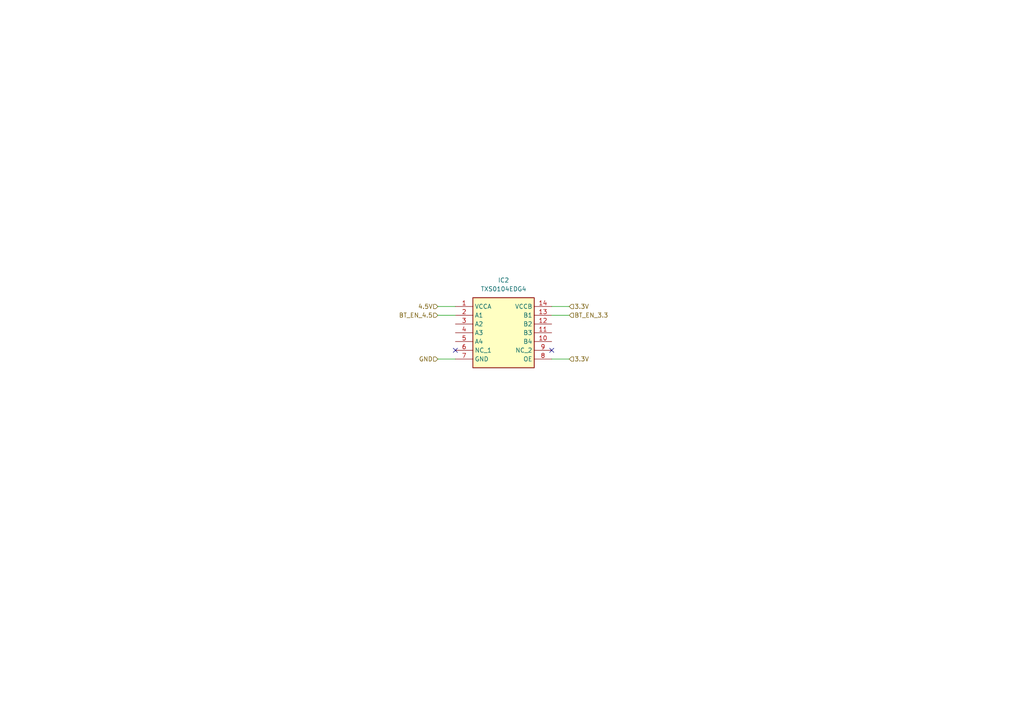
<source format=kicad_sch>
(kicad_sch (version 20250114) (generator "eeschema") (generator_version "9.0")
  (paper "A4")
  (lib_symbols
    (symbol "symbols:TXS0104EDG4"
      (property "Reference" "IC" (at 24.13 7.62 0))
      (property "Value" "TXS0104EDG4" (at 24.13 5.08 0))
      (symbol "TXS0104EDG4_1_1"
        (rectangle (start 5.08 2.54) (end 22.86 -17.78) (stroke (width 0.254)) (fill (type background)))
        (pin passive line (at 0 0 0) (length 5.08) (name "VCCA") (number "1"))
        (pin passive line (at 0 -2.54 0) (length 5.08) (name "A1") (number "2"))
        (pin passive line (at 0 -5.08 0) (length 5.08) (name "A2") (number "3"))
        (pin passive line (at 0 -7.62 0) (length 5.08) (name "A3") (number "4"))
        (pin passive line (at 0 -10.16 0) (length 5.08) (name "A4") (number "5"))
        (pin passive line (at 0 -12.7 0) (length 5.08) (name "NC_1") (number "6"))
        (pin passive line (at 0 -15.24 0) (length 5.08) (name "GND") (number "7"))
        (pin passive line (at 27.94 0 180) (length 5.08) (name "VCCB") (number "14"))
        (pin passive line (at 27.94 -2.54 180) (length 5.08) (name "B1") (number "13"))
        (pin passive line (at 27.94 -5.08 180) (length 5.08) (name "B2") (number "12"))
        (pin passive line (at 27.94 -7.62 180) (length 5.08) (name "B3") (number "11"))
        (pin passive line (at 27.94 -10.16 180) (length 5.08) (name "B4") (number "10"))
        (pin passive line (at 27.94 -12.7 180) (length 5.08) (name "NC_2") (number "9"))
        (pin passive line (at 27.94 -15.24 180) (length 5.08) (name "OE") (number "8"))
      )
    )
  )
  (no_connect (at 132.08 101.6))
  (no_connect (at 160.02 101.6))
  (wire (pts (xy 160.02 91.44) (xy 165.1 91.44)))
  (wire (pts (xy 160.02 104.14) (xy 165.1 104.14)))
  (wire (pts (xy 127 104.14) (xy 132.08 104.14)))
  (wire (pts (xy 160.02 88.9) (xy 165.1 88.9)))
  (wire (pts (xy 127 91.44) (xy 132.08 91.44)))
  (wire (pts (xy 127 88.9) (xy 132.08 88.9)))
  (hierarchical_label "GND" (shape input) (at 127 104.14 180))
  (hierarchical_label "4.5V" (shape input) (at 127 88.9 180))
  (hierarchical_label "BT_EN_4.5" (shape input) (at 127 91.44 180))
  (hierarchical_label "3.3V" (shape input) (at 165.1 104.14 0))
  (hierarchical_label "BT_EN_3.3" (shape input) (at 165.1 91.44 0))
  (hierarchical_label "3.3V" (shape input) (at 165.1 88.9 0))
  (symbol (lib_id "symbols:TXS0104EDG4") (at 132.08 88.9 0) (unit 1)
    (property "Reference" "IC2" (at 146.05 81.28 0))
    (property "Value" "TXS0104EDG4" (at 146.05 83.82 0))
    (property "Footprint" "footprints:SOIC127P600X175-14N" (effects (hide yes)))
    (property "Datasheet" "https://www.ti.com/lit/ds/symlink/txs0104e.pdf?ts=1633598697184&ref_url=https%253A%252F%252Fwww.google.com%252F" (effects (hide yes)))
    (property "Description" "Translation - Voltage Levels 2B Bidir Vltg-Level Translator" (effects (hide yes)))
    (property "Height" "1.75" (effects (hide yes)))
    (property "Mouser Part Number" "595-TXS0104EDG4" (effects (hide yes)))
    (property "Mouser Price/Stock" "https://www.mouser.co.uk/ProductDetail/Texas-Instruments/TXS0104EDG4?qs=7kv20MEVUlj97jCBgZdxkQ%3D%3D" (effects (hide yes)))
    (property "Manufacturer_Name" "Texas Instruments" (effects (hide yes)))
    (property "Manufacturer_Part_Number" "TXS0104EDG4" (effects (hide yes)))
  )
)
</source>
